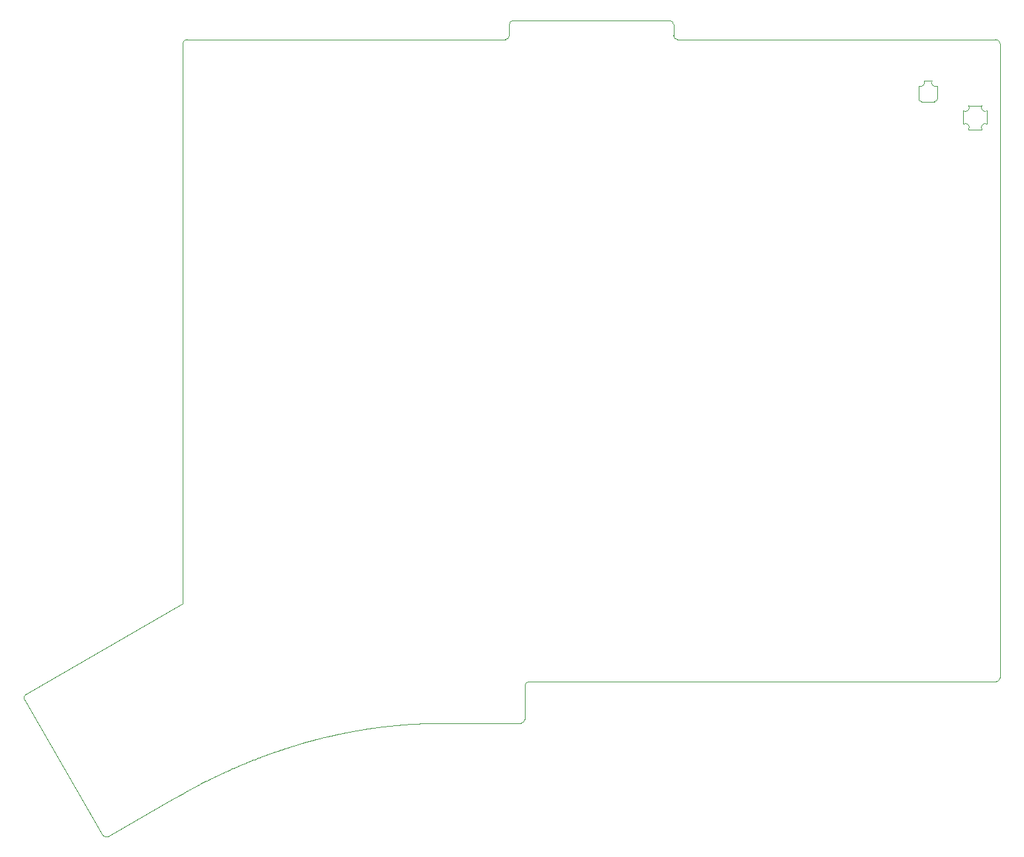
<source format=gbr>
%TF.GenerationSoftware,KiCad,Pcbnew,8.0.5*%
%TF.CreationDate,2024-12-10T18:52:20+08:00*%
%TF.ProjectId,pcb-right,7063622d-7269-4676-9874-2e6b69636164,0.32*%
%TF.SameCoordinates,Original*%
%TF.FileFunction,Profile,NP*%
%FSLAX46Y46*%
G04 Gerber Fmt 4.6, Leading zero omitted, Abs format (unit mm)*
G04 Created by KiCad (PCBNEW 8.0.5) date 2024-12-10 18:52:20*
%MOMM*%
%LPD*%
G01*
G04 APERTURE LIST*
%TA.AperFunction,Profile*%
%ADD10C,0.020000*%
%TD*%
%ADD11C,0.020000*%
%TA.AperFunction,Profile*%
%ADD12C,0.120000*%
%TD*%
G04 APERTURE END LIST*
D10*
X98950000Y-31187500D02*
G75*
G02*
X99450000Y-30687500I500000J0D01*
G01*
X119950000Y-32612500D02*
X119950000Y-31187500D01*
X47614746Y-135080767D02*
X56275000Y-130080767D01*
D11*
X83227885Y-120973536D02*
X83160962Y-120981209D01*
X83093794Y-120988984D01*
X83026122Y-120996900D01*
X82957688Y-121005001D01*
X82888234Y-121013329D01*
X82817502Y-121021926D01*
X82745232Y-121030835D01*
X82671167Y-121040098D01*
X82595048Y-121049756D01*
X82516617Y-121059853D01*
X82435616Y-121070430D01*
X82351786Y-121081531D01*
X82264869Y-121093196D01*
X82174607Y-121105469D01*
X82080740Y-121118392D01*
X81983012Y-121132006D01*
X81881163Y-121146355D01*
X81774935Y-121161481D01*
X81664070Y-121177425D01*
X81548309Y-121194230D01*
X81427395Y-121211939D01*
X81301068Y-121230593D01*
X81169071Y-121250235D01*
X81031145Y-121270908D01*
X80887031Y-121292653D01*
X80736472Y-121315512D01*
X80579209Y-121339529D01*
X80414983Y-121364745D01*
X80243537Y-121391203D01*
X80064612Y-121418944D01*
X79877949Y-121448012D01*
X79683291Y-121478448D01*
D10*
X98950000Y-32612500D02*
G75*
G02*
X98450000Y-33112500I-500000J0D01*
G01*
X100950000Y-120062500D02*
G75*
G02*
X100450000Y-120562500I-500000J0D01*
G01*
D11*
X76185673Y-122174356D02*
X76120515Y-122189199D01*
X76055120Y-122204167D01*
X75989238Y-122219329D01*
X75922617Y-122234754D01*
X75855006Y-122250512D01*
X75786154Y-122266672D01*
X75715809Y-122283304D01*
X75643722Y-122300478D01*
X75569639Y-122318263D01*
X75493312Y-122336729D01*
X75414487Y-122355946D01*
X75332914Y-122375982D01*
X75248343Y-122396909D01*
X75160521Y-122418794D01*
X75069198Y-122441709D01*
X74974123Y-122465722D01*
X74875044Y-122490903D01*
X74771710Y-122517322D01*
X74663871Y-122545048D01*
X74551275Y-122574151D01*
X74433670Y-122604701D01*
X74310806Y-122636766D01*
X74182432Y-122670418D01*
X74048297Y-122705725D01*
X73908149Y-122742756D01*
X73761737Y-122781583D01*
X73608810Y-122822273D01*
X73449118Y-122864897D01*
X73282408Y-122909525D01*
X73108430Y-122956225D01*
X72926932Y-123005068D01*
X72737665Y-123056124D01*
D10*
X100950000Y-115787500D02*
G75*
G02*
X101450000Y-115287500I500000J0D01*
G01*
X57200000Y-105298006D02*
X37114746Y-116894233D01*
D11*
X59463830Y-128338699D02*
X59403520Y-128369837D01*
X59342994Y-128401158D01*
X59282019Y-128432791D01*
X59220363Y-128464870D01*
X59157793Y-128497527D01*
X59094078Y-128530894D01*
X59028986Y-128565103D01*
X58962283Y-128600287D01*
X58893739Y-128636577D01*
X58823121Y-128674107D01*
X58750197Y-128713007D01*
X58674735Y-128753410D01*
X58596502Y-128795449D01*
X58515267Y-128839256D01*
X58430798Y-128884963D01*
X58342862Y-128932701D01*
X58251227Y-128982604D01*
X58155661Y-129034804D01*
X58055932Y-129089432D01*
X57951808Y-129146621D01*
X57843056Y-129206503D01*
X57729445Y-129269211D01*
X57610743Y-129334876D01*
X57486717Y-129403631D01*
X57357135Y-129475608D01*
X57221765Y-129550939D01*
X57080375Y-129629756D01*
X56932733Y-129712192D01*
X56778606Y-129798379D01*
X56617763Y-129888449D01*
X56449972Y-129982534D01*
X56275000Y-130080767D01*
D10*
X100950000Y-120062500D02*
X100950000Y-115787500D01*
X161200000Y-33112500D02*
G75*
G02*
X161700000Y-33612500I0J-500000D01*
G01*
X57200000Y-33612500D02*
G75*
G02*
X57700000Y-33112500I500000J0D01*
G01*
D11*
X72737665Y-123056124D02*
X72673461Y-123074410D01*
X72609024Y-123092833D01*
X72544109Y-123111474D01*
X72478467Y-123130417D01*
X72411850Y-123149743D01*
X72344012Y-123169536D01*
X72274705Y-123189878D01*
X72203682Y-123210852D01*
X72130696Y-123232540D01*
X72055499Y-123255026D01*
X71977844Y-123278392D01*
X71897483Y-123302721D01*
X71814170Y-123328095D01*
X71727657Y-123354597D01*
X71637696Y-123382310D01*
X71544041Y-123411317D01*
X71446443Y-123441700D01*
X71344656Y-123473542D01*
X71238433Y-123506925D01*
X71127525Y-123541933D01*
X71011687Y-123578648D01*
X70890669Y-123617152D01*
X70764226Y-123657529D01*
X70632109Y-123699861D01*
X70494072Y-123744231D01*
X70349867Y-123790722D01*
X70199246Y-123839415D01*
X70041963Y-123890395D01*
X69877770Y-123943743D01*
X69706420Y-123999543D01*
X69527665Y-124057876D01*
X69341259Y-124118827D01*
D10*
X161700000Y-114787500D02*
G75*
G02*
X161200000Y-115287500I-500000J0D01*
G01*
X57200000Y-105298006D02*
X57200000Y-33612500D01*
X36931733Y-117577246D02*
G75*
G02*
X37114773Y-116894280I433067J249946D01*
G01*
D11*
X86817225Y-120666041D02*
X86749477Y-120669947D01*
X86681481Y-120673940D01*
X86612974Y-120678050D01*
X86543695Y-120682304D01*
X86473382Y-120686729D01*
X86401773Y-120691355D01*
X86328607Y-120696208D01*
X86253622Y-120701317D01*
X86176556Y-120706710D01*
X86097147Y-120712415D01*
X86015135Y-120718460D01*
X85930256Y-120724873D01*
X85842251Y-120731682D01*
X85750856Y-120738915D01*
X85655810Y-120746599D01*
X85556852Y-120754764D01*
X85453719Y-120763437D01*
X85346151Y-120772646D01*
X85233885Y-120782418D01*
X85116659Y-120792783D01*
X84994213Y-120803768D01*
X84866285Y-120815401D01*
X84732612Y-120827710D01*
X84592933Y-120840723D01*
X84446986Y-120854468D01*
X84294510Y-120868973D01*
X84135243Y-120884267D01*
X83968924Y-120900376D01*
X83795290Y-120917330D01*
X83614080Y-120935156D01*
X83425032Y-120953881D01*
X83227885Y-120973536D01*
D10*
X90450000Y-120562500D02*
X100450000Y-120562500D01*
X98950000Y-32612500D02*
X98950000Y-31187500D01*
X36931733Y-117577246D02*
X46931733Y-134897754D01*
X119450000Y-30687500D02*
G75*
G02*
X119950000Y-31187500I0J-500000D01*
G01*
X47614746Y-135080767D02*
G75*
G02*
X46931693Y-134897777I-250046J432967D01*
G01*
X161700000Y-114787500D02*
X161700000Y-33612500D01*
X99450000Y-30687500D02*
X119450000Y-30687500D01*
X101450000Y-115287500D02*
X161200000Y-115287500D01*
D11*
X79683291Y-121478448D02*
X79617226Y-121489761D01*
X79550920Y-121501186D01*
X79484119Y-121512779D01*
X79416567Y-121524596D01*
X79348009Y-121536694D01*
X79278191Y-121549128D01*
X79206857Y-121561955D01*
X79133754Y-121575231D01*
X79058625Y-121589011D01*
X78981217Y-121603353D01*
X78901274Y-121618311D01*
X78818542Y-121633943D01*
X78732766Y-121650304D01*
X78643690Y-121667450D01*
X78551061Y-121685438D01*
X78454622Y-121704323D01*
X78354120Y-121724162D01*
X78249300Y-121745011D01*
X78139906Y-121766926D01*
X78025685Y-121789963D01*
X77906380Y-121814179D01*
X77781738Y-121839628D01*
X77651503Y-121866368D01*
X77515420Y-121894455D01*
X77373236Y-121923944D01*
X77224694Y-121954892D01*
X77069540Y-121987355D01*
X76907519Y-122021388D01*
X76738377Y-122057049D01*
X76561858Y-122094393D01*
X76377709Y-122133477D01*
X76185673Y-122174356D01*
X62704552Y-126763954D02*
X62643271Y-126791959D01*
X62581771Y-126820134D01*
X62519813Y-126848598D01*
X62457163Y-126877470D01*
X62393584Y-126906871D01*
X62328841Y-126936920D01*
X62262697Y-126967738D01*
X62194916Y-126999444D01*
X62125264Y-127032158D01*
X62053503Y-127066001D01*
X61979398Y-127101092D01*
X61902712Y-127137551D01*
X61823211Y-127175498D01*
X61740657Y-127215053D01*
X61654816Y-127256335D01*
X61565451Y-127299466D01*
X61472325Y-127344564D01*
X61375204Y-127391749D01*
X61273852Y-127441142D01*
X61168031Y-127492863D01*
X61057507Y-127547031D01*
X60942044Y-127603766D01*
X60821405Y-127663188D01*
X60695355Y-127725417D01*
X60563657Y-127790574D01*
X60426076Y-127858777D01*
X60282376Y-127930147D01*
X60132321Y-128004804D01*
X59975674Y-128082868D01*
X59812201Y-128164458D01*
X59641665Y-128249695D01*
X59463830Y-128338699D01*
X65996974Y-125356491D02*
X65934723Y-125381344D01*
X65872248Y-125406355D01*
X65809309Y-125431631D01*
X65745665Y-125457279D01*
X65681079Y-125483408D01*
X65615308Y-125510125D01*
X65548115Y-125537538D01*
X65479258Y-125565754D01*
X65408499Y-125594881D01*
X65335598Y-125625028D01*
X65260314Y-125656300D01*
X65182409Y-125688807D01*
X65101642Y-125722656D01*
X65017774Y-125757954D01*
X64930565Y-125794810D01*
X64839776Y-125833330D01*
X64745166Y-125873623D01*
X64646495Y-125915796D01*
X64543525Y-125959958D01*
X64436016Y-126006215D01*
X64323727Y-126054675D01*
X64206419Y-126105446D01*
X64083852Y-126158636D01*
X63955787Y-126214352D01*
X63821983Y-126272702D01*
X63682202Y-126333794D01*
X63536203Y-126397736D01*
X63383746Y-126464635D01*
X63224592Y-126534598D01*
X63058502Y-126607734D01*
X62885235Y-126684150D01*
X62704552Y-126763954D01*
D10*
X120450000Y-33112500D02*
X161200000Y-33112500D01*
X57700000Y-33112500D02*
X98450000Y-33112500D01*
D11*
X69341259Y-124118827D02*
X69278032Y-124140453D01*
X69214577Y-124162226D01*
X69150650Y-124184241D01*
X69086009Y-124206594D01*
X69020408Y-124229379D01*
X68953605Y-124252692D01*
X68885356Y-124276628D01*
X68815418Y-124301283D01*
X68743547Y-124326752D01*
X68669500Y-124353130D01*
X68593033Y-124380513D01*
X68513903Y-124408996D01*
X68431865Y-124438674D01*
X68346678Y-124469643D01*
X68258096Y-124501998D01*
X68165877Y-124535834D01*
X68069777Y-124571247D01*
X67969553Y-124608333D01*
X67864960Y-124647185D01*
X67755756Y-124687901D01*
X67641697Y-124730575D01*
X67522540Y-124775302D01*
X67398040Y-124822178D01*
X67267955Y-124871298D01*
X67132041Y-124922758D01*
X66990054Y-124976652D01*
X66841752Y-125033077D01*
X66686889Y-125092127D01*
X66525224Y-125153898D01*
X66356512Y-125218486D01*
X66180509Y-125285985D01*
X65996974Y-125356491D01*
D10*
X120450000Y-33112500D02*
G75*
G02*
X119950000Y-32612500I0J500000D01*
G01*
D11*
X90450000Y-120562500D02*
X90381444Y-120562532D01*
X90312635Y-120562639D01*
X90243310Y-120562833D01*
X90173202Y-120563128D01*
X90102048Y-120563536D01*
X90029581Y-120564072D01*
X89955538Y-120564748D01*
X89879654Y-120565578D01*
X89801662Y-120566575D01*
X89721300Y-120567751D01*
X89638301Y-120569122D01*
X89552401Y-120570698D01*
X89463335Y-120572495D01*
X89370838Y-120574525D01*
X89274645Y-120576801D01*
X89174491Y-120579337D01*
X89070112Y-120582146D01*
X88961242Y-120585241D01*
X88847617Y-120588636D01*
X88728971Y-120592343D01*
X88605041Y-120596376D01*
X88475560Y-120600748D01*
X88340264Y-120605473D01*
X88198889Y-120610563D01*
X88051169Y-120616032D01*
X87896839Y-120621894D01*
X87735635Y-120628160D01*
X87567291Y-120634846D01*
X87391543Y-120641964D01*
X87208126Y-120649526D01*
X87016775Y-120657548D01*
X86817225Y-120666041D01*
D12*
%TO.C,U2*%
X151994425Y-38391000D02*
X153035825Y-38391000D01*
X153721625Y-39076800D02*
X153721625Y-40677000D01*
X151308625Y-40677000D02*
X151308625Y-39076800D01*
X153340625Y-41058000D02*
X151689625Y-41058000D01*
X157709425Y-41566000D02*
X159385825Y-41566000D01*
X160071625Y-42251800D02*
X160071625Y-43928200D01*
X157023625Y-42251800D02*
X157023625Y-43928200D01*
X157709425Y-44614000D02*
X159385825Y-44614000D01*
X151994425Y-38391000D02*
G75*
G02*
X151308625Y-39076800I-438047J-247753D01*
G01*
X153721625Y-39076800D02*
G75*
G02*
X153035825Y-38391000I-247753J438047D01*
G01*
X153721625Y-40677000D02*
G75*
G02*
X153340625Y-41058000I-380999J-1D01*
G01*
X151689625Y-41058000D02*
G75*
G02*
X151308625Y-40677000I-1J380999D01*
G01*
X157709425Y-41566000D02*
G75*
G02*
X157023625Y-42251800I-438047J-247753D01*
G01*
X160071625Y-42251800D02*
G75*
G02*
X159385825Y-41566000I-247753J438047D01*
G01*
X157023625Y-43928200D02*
G75*
G02*
X157709425Y-44614000I247753J-438047D01*
G01*
X159385825Y-44614000D02*
G75*
G02*
X160071625Y-43928200I438050J247750D01*
G01*
%TD*%
M02*

</source>
